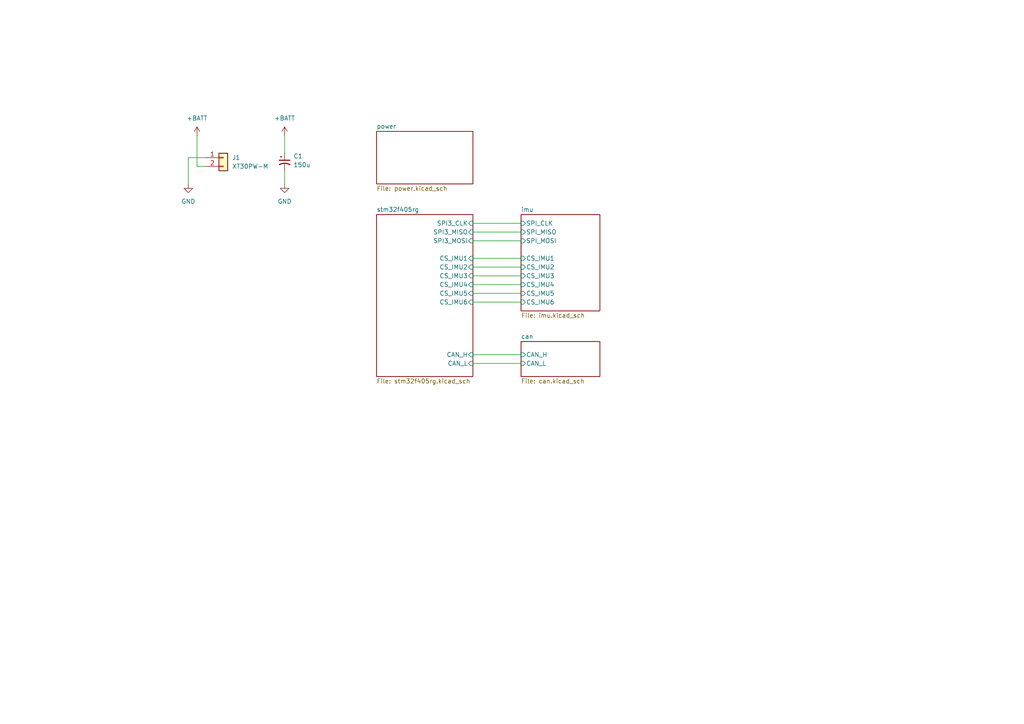
<source format=kicad_sch>
(kicad_sch (version 20231120) (generator "eeschema") (generator_version "8.0")
  (paper "A4")
  (lib_symbols
    (symbol "+BATT_1" (power) (pin_names (offset 0))
      (property "Value" "+BATT_1" (at 0 3.556 0))
      (symbol "+BATT_1_0_1"
        (polyline (pts (xy -0.762 1.27) (xy 0 2.54)))
        (polyline (pts (xy 0 0) (xy 0 2.54)))
        (polyline (pts (xy 0 2.54) (xy 0.762 1.27)))
      )
      (symbol "+BATT_1_1_1"
        (pin power_in line (at 0 0 90) (length 0) hide (name "+BATT") (number "1"))
      )
    )
    (symbol "Connector_Generic:Conn_01x02" (pin_names (offset 1.016) hide)
      (property "Reference" "J" (at 0 2.54 0))
      (property "Value" "Conn_01x02" (at 0 -5.08 0))
      (symbol "Conn_01x02_1_1"
        (rectangle (start -1.27 -2.413) (end 0 -2.667) (stroke (width 0.1524)))
        (rectangle (start -1.27 0.127) (end 0 -0.127) (stroke (width 0.1524)))
        (rectangle (start -1.27 1.27) (end 1.27 -3.81) (stroke (width 0.254)) (fill (type background)))
        (pin passive line (at -5.08 0 0) (length 3.81) (name "Pin_1") (number "1"))
        (pin passive line (at -5.08 -2.54 0) (length 3.81) (name "Pin_2") (number "2"))
      )
    )
    (symbol "Device:C_Polarized_Small_US" (pin_numbers hide) (pin_names (offset 0.254) hide)
      (property "Reference" "C" (at 0.254 1.778 0))
      (property "Value" "C_Polarized_Small_US" (at 0.254 -2.032 0))
      (symbol "C_Polarized_Small_US_0_1"
        (polyline (pts (xy -1.524 0.508) (xy 1.524 0.508)) (stroke (width 0.3048)))
        (polyline (pts (xy -1.27 1.524) (xy -0.762 1.524)))
        (polyline (pts (xy -1.016 1.27) (xy -1.016 1.778)))
        (arc (start 1.524 -0.762) (mid 0 -0.3734) (end -1.524 -0.762) (stroke (width 0.3048)))
      )
      (symbol "C_Polarized_Small_US_1_1"
        (pin passive line (at 0 2.54 270) (length 2.032) (name "~") (number "1"))
        (pin passive line (at 0 -2.54 90) (length 2.032) (name "~") (number "2"))
      )
    )
    (symbol "power:+BATT" (power) (pin_names (offset 0))
      (property "Value" "+BATT" (at 0 3.556 0))
      (symbol "+BATT_0_1"
        (polyline (pts (xy -0.762 1.27) (xy 0 2.54)))
        (polyline (pts (xy 0 0) (xy 0 2.54)))
        (polyline (pts (xy 0 2.54) (xy 0.762 1.27)))
      )
      (symbol "+BATT_1_1"
        (pin power_in line (at 0 0 90) (length 0) hide (name "+BATT") (number "1"))
      )
    )
    (symbol "power:GND" (power) (pin_names (offset 0))
      (property "Value" "GND" (at 0 -3.81 0))
      (symbol "GND_0_1"
        (polyline (pts (xy 0 0) (xy 0 -1.27) (xy 1.27 -1.27) (xy 0 -2.54) (xy -1.27 -1.27) (xy 0 -1.27)))
      )
      (symbol "GND_1_1"
        (pin power_in line (at 0 0 270) (length 0) hide (name "GND") (number "1"))
      )
    )
  )
  (wire (pts (xy 137.16 69.85) (xy 151.13 69.85)))
  (wire (pts (xy 137.16 82.55) (xy 151.13 82.55)))
  (wire (pts (xy 137.16 105.41) (xy 151.13 105.41)))
  (wire (pts (xy 82.55 39.37) (xy 82.55 44.45)))
  (wire (pts (xy 54.61 45.72) (xy 54.61 53.34)))
  (wire (pts (xy 137.16 64.77) (xy 151.13 64.77)))
  (wire (pts (xy 59.69 48.26) (xy 57.15 48.26)))
  (wire (pts (xy 137.16 87.63) (xy 151.13 87.63)))
  (wire (pts (xy 137.16 102.87) (xy 151.13 102.87)))
  (wire (pts (xy 57.15 48.26) (xy 57.15 39.37)))
  (wire (pts (xy 82.55 49.53) (xy 82.55 53.34)))
  (wire (pts (xy 137.16 85.09) (xy 151.13 85.09)))
  (wire (pts (xy 59.69 45.72) (xy 54.61 45.72)))
  (wire (pts (xy 137.16 80.01) (xy 151.13 80.01)))
  (wire (pts (xy 137.16 67.31) (xy 151.13 67.31)))
  (wire (pts (xy 137.16 74.93) (xy 151.13 74.93)))
  (wire (pts (xy 137.16 77.47) (xy 151.13 77.47)))
  (symbol (lib_id "Device:C_Polarized_Small_US") (at 82.55 46.99 0) (unit 1)
    (property "Reference" "C1" (at 85.09 45.2881 0) (effects (justify left)))
    (property "Value" "150u" (at 85.09 47.8281 0) (effects (justify left)))
    (property "Footprint" "Capacitor_SMD:CP_Elec_8x10.5" (effects (hide yes)))
  )
  (symbol (lib_id "power:GND") (at 54.61 53.34 0) (unit 1)
    (property "Reference" "#PWR01" (effects (hide yes)))
    (property "Value" "GND" (at 54.61 58.42 0))
  )
  (symbol (lib_id "power:GND") (at 82.55 53.34 0) (unit 1)
    (property "Reference" "#PWR04" (effects (hide yes)))
    (property "Value" "GND" (at 82.55 58.42 0))
  )
  (symbol (lib_id "Connector_Generic:Conn_01x02") (at 64.77 45.72 0) (unit 1)
    (property "Reference" "J1" (at 67.31 45.7199 0) (effects (justify left)))
    (property "Value" "XT30PW-M" (at 67.31 48.2599 0) (effects (justify left)))
    (property "Footprint" "Connector_AMASS:AMASS_XT30U-F_1x02_P5.0mm_Vertical" (effects (hide yes)))
  )
  (symbol (lib_name "+BATT_1") (lib_id "power:+BATT") (at 82.55 39.37 0) (unit 1)
    (property "Reference" "#PWR03" (effects (hide yes)))
    (property "Value" "+BATT" (at 82.55 34.29 0))
  )
  (symbol (lib_id "power:+BATT") (at 57.15 39.37 0) (unit 1)
    (property "Reference" "#PWR02" (effects (hide yes)))
    (property "Value" "+BATT" (at 57.15 34.29 0))
  )
  (sheet (at 109.22 62.23) (size 27.94 46.99) (stroke (width 0.1524))
    (property "Sheetname" "stm32f405rg" (at 109.22 61.5184 0) (effects (justify left bottom)))
    (property "Sheetfile" "stm32f405rg.kicad_sch" (at 109.22 109.8046 0) (effects (justify left top)))
    (pin "CAN_L" input (at 137.16 105.41 0))
    (pin "CAN_H" input (at 137.16 102.87 0))
    (pin "SPI3_MISO" input (at 137.16 67.31 0))
    (pin "SPI3_CLK" input (at 137.16 64.77 0))
    (pin "SPI3_MOSI" input (at 137.16 69.85 0))
    (pin "CS_IMU5" input (at 137.16 85.09 0))
    (pin "CS_IMU1" input (at 137.16 74.93 0))
    (pin "CS_IMU6" input (at 137.16 87.63 0))
    (pin "CS_IMU2" input (at 137.16 77.47 0))
    (pin "CS_IMU4" input (at 137.16 82.55 0))
    (pin "CS_IMU3" input (at 137.16 80.01 0))
  )
  (sheet (at 151.13 99.06) (size 22.86 10.16) (stroke (width 0.1524))
    (property "Sheetname" "can" (at 151.13 98.3484 0) (effects (justify left bottom)))
    (property "Sheetfile" "can.kicad_sch" (at 151.13 109.8046 0) (effects (justify left top)))
    (pin "CAN_H" input (at 151.13 102.87 180))
    (pin "CAN_L" input (at 151.13 105.41 180))
  )
  (sheet (at 151.13 62.23) (size 22.86 27.94) (stroke (width 0.1524))
    (property "Sheetname" "imu" (at 151.13 61.5184 0) (effects (justify left bottom)))
    (property "Sheetfile" "imu.kicad_sch" (at 151.13 90.7546 0) (effects (justify left top)))
    (pin "CS_IMU6" input (at 151.13 87.63 180))
    (pin "CS_IMU5" input (at 151.13 85.09 180))
    (pin "SPI_CLK" input (at 151.13 64.77 180))
    (pin "SPI_MISO" input (at 151.13 67.31 180))
    (pin "SPI_MOSI" input (at 151.13 69.85 180))
    (pin "CS_IMU4" input (at 151.13 82.55 180))
    (pin "CS_IMU3" input (at 151.13 80.01 180))
    (pin "CS_IMU1" input (at 151.13 74.93 180))
    (pin "CS_IMU2" input (at 151.13 77.47 180))
  )
  (sheet (at 109.22 38.1) (size 27.94 15.24) (stroke (width 0.1524))
    (property "Sheetname" "power" (at 109.22 37.3884 0) (effects (justify left bottom)))
    (property "Sheetfile" "power.kicad_sch" (at 109.22 53.9246 0) (effects (justify left top)))
  )
)
</source>
